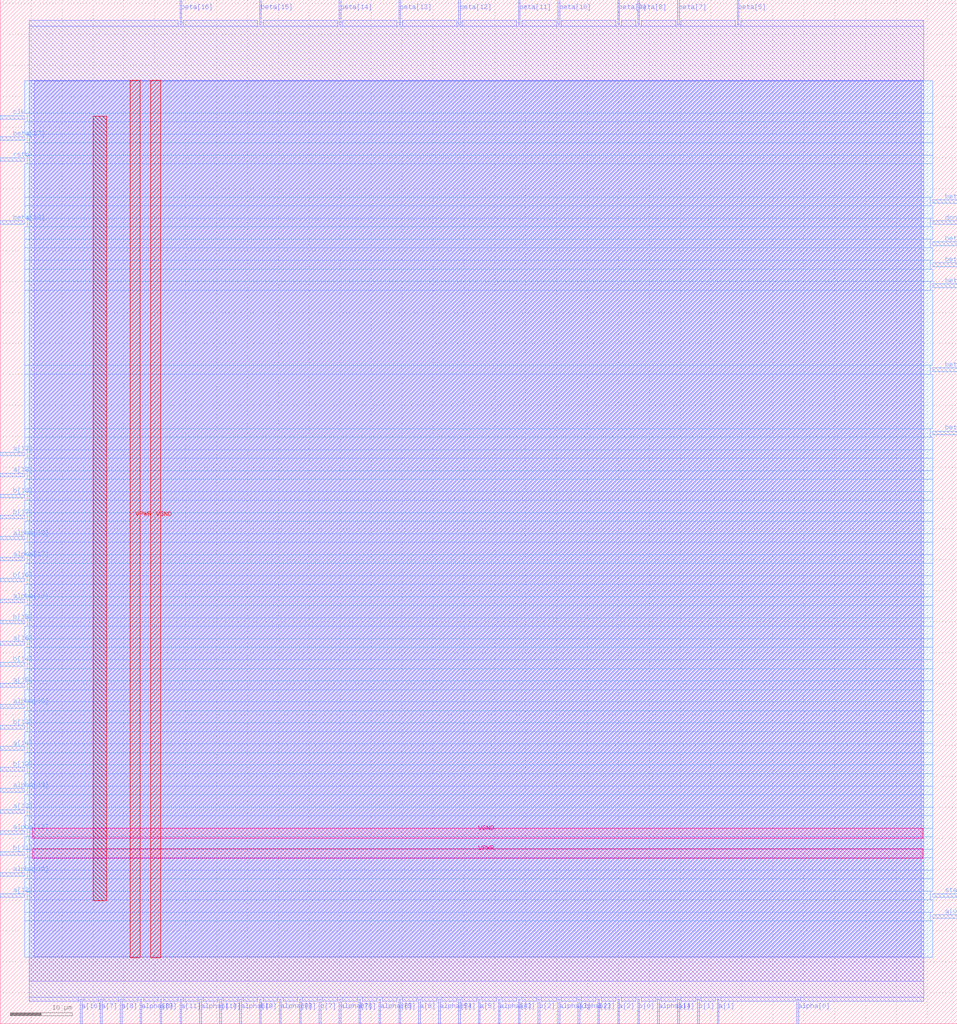
<source format=lef>
VERSION 5.7 ;
  NOWIREEXTENSIONATPIN ON ;
  DIVIDERCHAR "/" ;
  BUSBITCHARS "[]" ;
MACRO clarke
  CLASS BLOCK ;
  FOREIGN clarke ;
  ORIGIN 0.000 0.000 ;
  SIZE 154.825 BY 165.545 ;
  PIN VGND
    DIRECTION INOUT ;
    USE GROUND ;
    PORT
      LAYER met4 ;
        RECT 24.340 10.640 25.940 152.560 ;
    END
    PORT
      LAYER met5 ;
        RECT 5.280 30.030 149.280 31.630 ;
    END
  END VGND
  PIN VPWR
    DIRECTION INOUT ;
    USE POWER ;
    PORT
      LAYER met4 ;
        RECT 21.040 10.640 22.640 152.560 ;
    END
    PORT
      LAYER met5 ;
        RECT 5.280 26.730 149.280 28.330 ;
    END
  END VPWR
  PIN a[0]
    DIRECTION INPUT ;
    USE SIGNAL ;
    ANTENNAGATEAREA 0.213000 ;
    PORT
      LAYER met3 ;
        RECT 150.825 17.040 154.825 17.640 ;
    END
  END a[0]
  PIN a[10]
    DIRECTION INPUT ;
    USE SIGNAL ;
    ANTENNAGATEAREA 0.196500 ;
    PORT
      LAYER met2 ;
        RECT 12.970 0.000 13.250 4.000 ;
    END
  END a[10]
  PIN a[11]
    DIRECTION INPUT ;
    USE SIGNAL ;
    ANTENNAGATEAREA 0.213000 ;
    PORT
      LAYER met2 ;
        RECT 29.070 0.000 29.350 4.000 ;
    END
  END a[11]
  PIN a[12]
    DIRECTION INPUT ;
    USE SIGNAL ;
    ANTENNAGATEAREA 0.196500 ;
    PORT
      LAYER met3 ;
        RECT 0.000 20.440 4.000 21.040 ;
    END
  END a[12]
  PIN a[13]
    DIRECTION INPUT ;
    USE SIGNAL ;
    ANTENNAGATEAREA 0.196500 ;
    PORT
      LAYER met3 ;
        RECT 0.000 34.040 4.000 34.640 ;
    END
  END a[13]
  PIN a[14]
    DIRECTION INPUT ;
    USE SIGNAL ;
    ANTENNAGATEAREA 0.213000 ;
    PORT
      LAYER met3 ;
        RECT 0.000 44.240 4.000 44.840 ;
    END
  END a[14]
  PIN a[15]
    DIRECTION INPUT ;
    USE SIGNAL ;
    ANTENNAGATEAREA 0.196500 ;
    PORT
      LAYER met3 ;
        RECT 0.000 54.440 4.000 55.040 ;
    END
  END a[15]
  PIN a[16]
    DIRECTION INPUT ;
    USE SIGNAL ;
    ANTENNAGATEAREA 0.196500 ;
    PORT
      LAYER met3 ;
        RECT 0.000 61.240 4.000 61.840 ;
    END
  END a[16]
  PIN a[17]
    DIRECTION INPUT ;
    USE SIGNAL ;
    ANTENNAGATEAREA 0.196500 ;
    PORT
      LAYER met3 ;
        RECT 0.000 91.840 4.000 92.440 ;
    END
  END a[17]
  PIN a[18]
    DIRECTION INPUT ;
    USE SIGNAL ;
    ANTENNAGATEAREA 0.213000 ;
    PORT
      LAYER met3 ;
        RECT 0.000 88.440 4.000 89.040 ;
    END
  END a[18]
  PIN a[1]
    DIRECTION INPUT ;
    USE SIGNAL ;
    ANTENNAGATEAREA 0.196500 ;
    PORT
      LAYER met2 ;
        RECT 116.010 0.000 116.290 4.000 ;
    END
  END a[1]
  PIN a[2]
    DIRECTION INPUT ;
    USE SIGNAL ;
    ANTENNAGATEAREA 0.213000 ;
    PORT
      LAYER met2 ;
        RECT 99.910 0.000 100.190 4.000 ;
    END
  END a[2]
  PIN a[3]
    DIRECTION INPUT ;
    USE SIGNAL ;
    ANTENNAGATEAREA 0.196500 ;
    PORT
      LAYER met2 ;
        RECT 83.810 0.000 84.090 4.000 ;
    END
  END a[3]
  PIN a[4]
    DIRECTION INPUT ;
    USE SIGNAL ;
    ANTENNAGATEAREA 0.196500 ;
    PORT
      LAYER met2 ;
        RECT 109.570 0.000 109.850 4.000 ;
    END
  END a[4]
  PIN a[5]
    DIRECTION INPUT ;
    USE SIGNAL ;
    ANTENNAGATEAREA 0.196500 ;
    PORT
      LAYER met2 ;
        RECT 77.370 0.000 77.650 4.000 ;
    END
  END a[5]
  PIN a[6]
    DIRECTION INPUT ;
    USE SIGNAL ;
    ANTENNAGATEAREA 0.196500 ;
    PORT
      LAYER met2 ;
        RECT 67.710 0.000 67.990 4.000 ;
    END
  END a[6]
  PIN a[7]
    DIRECTION INPUT ;
    USE SIGNAL ;
    ANTENNAGATEAREA 0.495000 ;
    PORT
      LAYER met2 ;
        RECT 16.190 0.000 16.470 4.000 ;
    END
  END a[7]
  PIN a[8]
    DIRECTION INPUT ;
    USE SIGNAL ;
    ANTENNAGATEAREA 0.196500 ;
    PORT
      LAYER met2 ;
        RECT 19.410 0.000 19.690 4.000 ;
    END
  END a[8]
  PIN a[9]
    DIRECTION INPUT ;
    USE SIGNAL ;
    ANTENNAGATEAREA 0.196500 ;
    PORT
      LAYER met2 ;
        RECT 25.850 0.000 26.130 4.000 ;
    END
  END a[9]
  PIN alpha[0]
    DIRECTION OUTPUT ;
    USE SIGNAL ;
    ANTENNADIFFAREA 0.795200 ;
    PORT
      LAYER met2 ;
        RECT 128.890 0.000 129.170 4.000 ;
    END
  END alpha[0]
  PIN alpha[10]
    DIRECTION OUTPUT ;
    USE SIGNAL ;
    ANTENNADIFFAREA 0.795200 ;
    PORT
      LAYER met2 ;
        RECT 38.730 0.000 39.010 4.000 ;
    END
  END alpha[10]
  PIN alpha[11]
    DIRECTION OUTPUT ;
    USE SIGNAL ;
    ANTENNADIFFAREA 0.795200 ;
    PORT
      LAYER met2 ;
        RECT 32.290 0.000 32.570 4.000 ;
    END
  END alpha[11]
  PIN alpha[12]
    DIRECTION OUTPUT ;
    USE SIGNAL ;
    ANTENNADIFFAREA 0.795200 ;
    PORT
      LAYER met3 ;
        RECT 0.000 30.640 4.000 31.240 ;
    END
  END alpha[12]
  PIN alpha[13]
    DIRECTION OUTPUT ;
    USE SIGNAL ;
    ANTENNADIFFAREA 0.795200 ;
    PORT
      LAYER met3 ;
        RECT 0.000 37.440 4.000 38.040 ;
    END
  END alpha[13]
  PIN alpha[14]
    DIRECTION OUTPUT ;
    USE SIGNAL ;
    ANTENNADIFFAREA 0.795200 ;
    PORT
      LAYER met3 ;
        RECT 0.000 23.840 4.000 24.440 ;
    END
  END alpha[14]
  PIN alpha[15]
    DIRECTION OUTPUT ;
    USE SIGNAL ;
    ANTENNADIFFAREA 0.795200 ;
    PORT
      LAYER met3 ;
        RECT 0.000 51.040 4.000 51.640 ;
    END
  END alpha[15]
  PIN alpha[16]
    DIRECTION OUTPUT ;
    USE SIGNAL ;
    ANTENNADIFFAREA 0.795200 ;
    PORT
      LAYER met3 ;
        RECT 0.000 68.040 4.000 68.640 ;
    END
  END alpha[16]
  PIN alpha[17]
    DIRECTION OUTPUT ;
    USE SIGNAL ;
    ANTENNADIFFAREA 0.795200 ;
    PORT
      LAYER met3 ;
        RECT 0.000 74.840 4.000 75.440 ;
    END
  END alpha[17]
  PIN alpha[18]
    DIRECTION OUTPUT ;
    USE SIGNAL ;
    ANTENNADIFFAREA 0.795200 ;
    PORT
      LAYER met3 ;
        RECT 0.000 78.240 4.000 78.840 ;
    END
  END alpha[18]
  PIN alpha[1]
    DIRECTION OUTPUT ;
    USE SIGNAL ;
    ANTENNADIFFAREA 0.795200 ;
    PORT
      LAYER met2 ;
        RECT 106.350 0.000 106.630 4.000 ;
    END
  END alpha[1]
  PIN alpha[2]
    DIRECTION OUTPUT ;
    USE SIGNAL ;
    ANTENNADIFFAREA 0.795200 ;
    PORT
      LAYER met2 ;
        RECT 93.470 0.000 93.750 4.000 ;
    END
  END alpha[2]
  PIN alpha[3]
    DIRECTION OUTPUT ;
    USE SIGNAL ;
    ANTENNADIFFAREA 0.795200 ;
    PORT
      LAYER met2 ;
        RECT 90.250 0.000 90.530 4.000 ;
    END
  END alpha[3]
  PIN alpha[4]
    DIRECTION OUTPUT ;
    USE SIGNAL ;
    ANTENNADIFFAREA 0.795200 ;
    PORT
      LAYER met2 ;
        RECT 80.590 0.000 80.870 4.000 ;
    END
  END alpha[4]
  PIN alpha[5]
    DIRECTION OUTPUT ;
    USE SIGNAL ;
    ANTENNADIFFAREA 0.795200 ;
    PORT
      LAYER met2 ;
        RECT 70.930 0.000 71.210 4.000 ;
    END
  END alpha[5]
  PIN alpha[6]
    DIRECTION OUTPUT ;
    USE SIGNAL ;
    ANTENNADIFFAREA 0.795200 ;
    PORT
      LAYER met2 ;
        RECT 61.270 0.000 61.550 4.000 ;
    END
  END alpha[6]
  PIN alpha[7]
    DIRECTION OUTPUT ;
    USE SIGNAL ;
    ANTENNADIFFAREA 0.795200 ;
    PORT
      LAYER met2 ;
        RECT 54.830 0.000 55.110 4.000 ;
    END
  END alpha[7]
  PIN alpha[8]
    DIRECTION OUTPUT ;
    USE SIGNAL ;
    ANTENNADIFFAREA 0.795200 ;
    PORT
      LAYER met2 ;
        RECT 22.630 0.000 22.910 4.000 ;
    END
  END alpha[8]
  PIN alpha[9]
    DIRECTION OUTPUT ;
    USE SIGNAL ;
    ANTENNADIFFAREA 0.795200 ;
    PORT
      LAYER met2 ;
        RECT 45.170 0.000 45.450 4.000 ;
    END
  END alpha[9]
  PIN b[0]
    DIRECTION INPUT ;
    USE SIGNAL ;
    ANTENNAGATEAREA 0.196500 ;
    PORT
      LAYER met2 ;
        RECT 103.130 0.000 103.410 4.000 ;
    END
  END b[0]
  PIN b[10]
    DIRECTION INPUT ;
    USE SIGNAL ;
    ANTENNAGATEAREA 0.213000 ;
    PORT
      LAYER met2 ;
        RECT 35.510 0.000 35.790 4.000 ;
    END
  END b[10]
  PIN b[11]
    DIRECTION INPUT ;
    USE SIGNAL ;
    ANTENNAGATEAREA 0.196500 ;
    PORT
      LAYER met3 ;
        RECT 0.000 27.240 4.000 27.840 ;
    END
  END b[11]
  PIN b[12]
    DIRECTION INPUT ;
    USE SIGNAL ;
    ANTENNAGATEAREA 0.196500 ;
    PORT
      LAYER met3 ;
        RECT 0.000 40.840 4.000 41.440 ;
    END
  END b[12]
  PIN b[13]
    DIRECTION INPUT ;
    USE SIGNAL ;
    ANTENNAGATEAREA 0.196500 ;
    PORT
      LAYER met3 ;
        RECT 0.000 47.640 4.000 48.240 ;
    END
  END b[13]
  PIN b[14]
    DIRECTION INPUT ;
    USE SIGNAL ;
    ANTENNAGATEAREA 0.196500 ;
    PORT
      LAYER met3 ;
        RECT 0.000 57.840 4.000 58.440 ;
    END
  END b[14]
  PIN b[15]
    DIRECTION INPUT ;
    USE SIGNAL ;
    ANTENNAGATEAREA 0.196500 ;
    PORT
      LAYER met3 ;
        RECT 0.000 64.640 4.000 65.240 ;
    END
  END b[15]
  PIN b[16]
    DIRECTION INPUT ;
    USE SIGNAL ;
    ANTENNAGATEAREA 0.196500 ;
    PORT
      LAYER met3 ;
        RECT 0.000 71.440 4.000 72.040 ;
    END
  END b[16]
  PIN b[17]
    DIRECTION INPUT ;
    USE SIGNAL ;
    ANTENNAGATEAREA 0.196500 ;
    PORT
      LAYER met3 ;
        RECT 0.000 81.640 4.000 82.240 ;
    END
  END b[17]
  PIN b[18]
    DIRECTION INPUT ;
    USE SIGNAL ;
    ANTENNAGATEAREA 0.196500 ;
    PORT
      LAYER met3 ;
        RECT 0.000 85.040 4.000 85.640 ;
    END
  END b[18]
  PIN b[1]
    DIRECTION INPUT ;
    USE SIGNAL ;
    ANTENNAGATEAREA 0.196500 ;
    PORT
      LAYER met2 ;
        RECT 112.790 0.000 113.070 4.000 ;
    END
  END b[1]
  PIN b[2]
    DIRECTION INPUT ;
    USE SIGNAL ;
    ANTENNAGATEAREA 0.196500 ;
    PORT
      LAYER met2 ;
        RECT 87.030 0.000 87.310 4.000 ;
    END
  END b[2]
  PIN b[3]
    DIRECTION INPUT ;
    USE SIGNAL ;
    ANTENNAGATEAREA 0.196500 ;
    PORT
      LAYER met2 ;
        RECT 96.690 0.000 96.970 4.000 ;
    END
  END b[3]
  PIN b[4]
    DIRECTION INPUT ;
    USE SIGNAL ;
    ANTENNAGATEAREA 0.196500 ;
    PORT
      LAYER met2 ;
        RECT 74.150 0.000 74.430 4.000 ;
    END
  END b[4]
  PIN b[5]
    DIRECTION INPUT ;
    USE SIGNAL ;
    ANTENNAGATEAREA 0.196500 ;
    PORT
      LAYER met2 ;
        RECT 64.490 0.000 64.770 4.000 ;
    END
  END b[5]
  PIN b[6]
    DIRECTION INPUT ;
    USE SIGNAL ;
    ANTENNAGATEAREA 0.196500 ;
    PORT
      LAYER met2 ;
        RECT 58.050 0.000 58.330 4.000 ;
    END
  END b[6]
  PIN b[7]
    DIRECTION INPUT ;
    USE SIGNAL ;
    ANTENNAGATEAREA 0.196500 ;
    PORT
      LAYER met2 ;
        RECT 51.610 0.000 51.890 4.000 ;
    END
  END b[7]
  PIN b[8]
    DIRECTION INPUT ;
    USE SIGNAL ;
    ANTENNAGATEAREA 0.196500 ;
    PORT
      LAYER met2 ;
        RECT 48.390 0.000 48.670 4.000 ;
    END
  END b[8]
  PIN b[9]
    DIRECTION INPUT ;
    USE SIGNAL ;
    ANTENNAGATEAREA 0.196500 ;
    PORT
      LAYER met2 ;
        RECT 41.950 0.000 42.230 4.000 ;
    END
  END b[9]
  PIN beta[0]
    DIRECTION OUTPUT ;
    USE SIGNAL ;
    ANTENNADIFFAREA 0.795200 ;
    PORT
      LAYER met3 ;
        RECT 150.825 95.240 154.825 95.840 ;
    END
  END beta[0]
  PIN beta[10]
    DIRECTION OUTPUT ;
    USE SIGNAL ;
    ANTENNADIFFAREA 0.795200 ;
    PORT
      LAYER met2 ;
        RECT 90.250 161.545 90.530 165.545 ;
    END
  END beta[10]
  PIN beta[11]
    DIRECTION OUTPUT ;
    USE SIGNAL ;
    ANTENNADIFFAREA 0.795200 ;
    PORT
      LAYER met2 ;
        RECT 83.810 161.545 84.090 165.545 ;
    END
  END beta[11]
  PIN beta[12]
    DIRECTION OUTPUT ;
    USE SIGNAL ;
    ANTENNADIFFAREA 0.795200 ;
    PORT
      LAYER met2 ;
        RECT 74.150 161.545 74.430 165.545 ;
    END
  END beta[12]
  PIN beta[13]
    DIRECTION OUTPUT ;
    USE SIGNAL ;
    ANTENNADIFFAREA 0.795200 ;
    PORT
      LAYER met2 ;
        RECT 64.490 161.545 64.770 165.545 ;
    END
  END beta[13]
  PIN beta[14]
    DIRECTION OUTPUT ;
    USE SIGNAL ;
    ANTENNADIFFAREA 0.795200 ;
    PORT
      LAYER met2 ;
        RECT 54.830 161.545 55.110 165.545 ;
    END
  END beta[14]
  PIN beta[15]
    DIRECTION OUTPUT ;
    USE SIGNAL ;
    ANTENNADIFFAREA 0.795200 ;
    PORT
      LAYER met2 ;
        RECT 41.950 161.545 42.230 165.545 ;
    END
  END beta[15]
  PIN beta[16]
    DIRECTION OUTPUT ;
    USE SIGNAL ;
    ANTENNADIFFAREA 0.795200 ;
    PORT
      LAYER met2 ;
        RECT 29.070 161.545 29.350 165.545 ;
    END
  END beta[16]
  PIN beta[17]
    DIRECTION OUTPUT ;
    USE SIGNAL ;
    ANTENNADIFFAREA 0.795200 ;
    PORT
      LAYER met3 ;
        RECT 0.000 142.840 4.000 143.440 ;
    END
  END beta[17]
  PIN beta[18]
    DIRECTION OUTPUT ;
    USE SIGNAL ;
    ANTENNADIFFAREA 0.795200 ;
    PORT
      LAYER met3 ;
        RECT 0.000 129.240 4.000 129.840 ;
    END
  END beta[18]
  PIN beta[1]
    DIRECTION OUTPUT ;
    USE SIGNAL ;
    ANTENNADIFFAREA 0.445500 ;
    PORT
      LAYER met3 ;
        RECT 150.825 119.040 154.825 119.640 ;
    END
  END beta[1]
  PIN beta[2]
    DIRECTION OUTPUT ;
    USE SIGNAL ;
    ANTENNADIFFAREA 0.445500 ;
    PORT
      LAYER met3 ;
        RECT 150.825 105.440 154.825 106.040 ;
    END
  END beta[2]
  PIN beta[3]
    DIRECTION OUTPUT ;
    USE SIGNAL ;
    ANTENNADIFFAREA 0.795200 ;
    PORT
      LAYER met3 ;
        RECT 150.825 125.840 154.825 126.440 ;
    END
  END beta[3]
  PIN beta[4]
    DIRECTION OUTPUT ;
    USE SIGNAL ;
    ANTENNADIFFAREA 0.795200 ;
    PORT
      LAYER met3 ;
        RECT 150.825 122.440 154.825 123.040 ;
    END
  END beta[4]
  PIN beta[5]
    DIRECTION OUTPUT ;
    USE SIGNAL ;
    ANTENNADIFFAREA 0.795200 ;
    PORT
      LAYER met2 ;
        RECT 119.230 161.545 119.510 165.545 ;
    END
  END beta[5]
  PIN beta[6]
    DIRECTION OUTPUT ;
    USE SIGNAL ;
    ANTENNADIFFAREA 0.445500 ;
    PORT
      LAYER met3 ;
        RECT 150.825 132.640 154.825 133.240 ;
    END
  END beta[6]
  PIN beta[7]
    DIRECTION OUTPUT ;
    USE SIGNAL ;
    ANTENNADIFFAREA 0.795200 ;
    PORT
      LAYER met2 ;
        RECT 109.570 161.545 109.850 165.545 ;
    END
  END beta[7]
  PIN beta[8]
    DIRECTION OUTPUT ;
    USE SIGNAL ;
    ANTENNADIFFAREA 0.795200 ;
    PORT
      LAYER met2 ;
        RECT 103.130 161.545 103.410 165.545 ;
    END
  END beta[8]
  PIN beta[9]
    DIRECTION OUTPUT ;
    USE SIGNAL ;
    ANTENNADIFFAREA 0.795200 ;
    PORT
      LAYER met2 ;
        RECT 99.910 161.545 100.190 165.545 ;
    END
  END beta[9]
  PIN clk
    DIRECTION INPUT ;
    USE SIGNAL ;
    ANTENNAGATEAREA 0.852000 ;
    PORT
      LAYER met3 ;
        RECT 0.000 146.240 4.000 146.840 ;
    END
  END clk
  PIN done
    DIRECTION OUTPUT ;
    USE SIGNAL ;
    ANTENNADIFFAREA 0.795200 ;
    PORT
      LAYER met3 ;
        RECT 150.825 129.240 154.825 129.840 ;
    END
  END done
  PIN rstb
    DIRECTION INPUT ;
    USE SIGNAL ;
    ANTENNAGATEAREA 0.213000 ;
    PORT
      LAYER met3 ;
        RECT 0.000 139.440 4.000 140.040 ;
    END
  END rstb
  PIN start
    DIRECTION INPUT ;
    USE SIGNAL ;
    ANTENNAGATEAREA 0.159000 ;
    PORT
      LAYER met3 ;
        RECT 150.825 20.440 154.825 21.040 ;
    END
  END start
  OBS
      LAYER li1 ;
        RECT 5.520 10.795 149.040 152.405 ;
      LAYER met1 ;
        RECT 4.670 6.840 149.430 152.560 ;
      LAYER met2 ;
        RECT 4.690 161.265 28.790 162.250 ;
        RECT 29.630 161.265 41.670 162.250 ;
        RECT 42.510 161.265 54.550 162.250 ;
        RECT 55.390 161.265 64.210 162.250 ;
        RECT 65.050 161.265 73.870 162.250 ;
        RECT 74.710 161.265 83.530 162.250 ;
        RECT 84.370 161.265 89.970 162.250 ;
        RECT 90.810 161.265 99.630 162.250 ;
        RECT 100.470 161.265 102.850 162.250 ;
        RECT 103.690 161.265 109.290 162.250 ;
        RECT 110.130 161.265 118.950 162.250 ;
        RECT 119.790 161.265 149.410 162.250 ;
        RECT 4.690 4.280 149.410 161.265 ;
        RECT 4.690 3.670 12.690 4.280 ;
        RECT 13.530 3.670 15.910 4.280 ;
        RECT 16.750 3.670 19.130 4.280 ;
        RECT 19.970 3.670 22.350 4.280 ;
        RECT 23.190 3.670 25.570 4.280 ;
        RECT 26.410 3.670 28.790 4.280 ;
        RECT 29.630 3.670 32.010 4.280 ;
        RECT 32.850 3.670 35.230 4.280 ;
        RECT 36.070 3.670 38.450 4.280 ;
        RECT 39.290 3.670 41.670 4.280 ;
        RECT 42.510 3.670 44.890 4.280 ;
        RECT 45.730 3.670 48.110 4.280 ;
        RECT 48.950 3.670 51.330 4.280 ;
        RECT 52.170 3.670 54.550 4.280 ;
        RECT 55.390 3.670 57.770 4.280 ;
        RECT 58.610 3.670 60.990 4.280 ;
        RECT 61.830 3.670 64.210 4.280 ;
        RECT 65.050 3.670 67.430 4.280 ;
        RECT 68.270 3.670 70.650 4.280 ;
        RECT 71.490 3.670 73.870 4.280 ;
        RECT 74.710 3.670 77.090 4.280 ;
        RECT 77.930 3.670 80.310 4.280 ;
        RECT 81.150 3.670 83.530 4.280 ;
        RECT 84.370 3.670 86.750 4.280 ;
        RECT 87.590 3.670 89.970 4.280 ;
        RECT 90.810 3.670 93.190 4.280 ;
        RECT 94.030 3.670 96.410 4.280 ;
        RECT 97.250 3.670 99.630 4.280 ;
        RECT 100.470 3.670 102.850 4.280 ;
        RECT 103.690 3.670 106.070 4.280 ;
        RECT 106.910 3.670 109.290 4.280 ;
        RECT 110.130 3.670 112.510 4.280 ;
        RECT 113.350 3.670 115.730 4.280 ;
        RECT 116.570 3.670 128.610 4.280 ;
        RECT 129.450 3.670 149.410 4.280 ;
      LAYER met3 ;
        RECT 3.990 147.240 150.825 152.485 ;
        RECT 4.400 145.840 150.825 147.240 ;
        RECT 3.990 143.840 150.825 145.840 ;
        RECT 4.400 142.440 150.825 143.840 ;
        RECT 3.990 140.440 150.825 142.440 ;
        RECT 4.400 139.040 150.825 140.440 ;
        RECT 3.990 133.640 150.825 139.040 ;
        RECT 3.990 132.240 150.425 133.640 ;
        RECT 3.990 130.240 150.825 132.240 ;
        RECT 4.400 128.840 150.425 130.240 ;
        RECT 3.990 126.840 150.825 128.840 ;
        RECT 3.990 125.440 150.425 126.840 ;
        RECT 3.990 123.440 150.825 125.440 ;
        RECT 3.990 122.040 150.425 123.440 ;
        RECT 3.990 120.040 150.825 122.040 ;
        RECT 3.990 118.640 150.425 120.040 ;
        RECT 3.990 106.440 150.825 118.640 ;
        RECT 3.990 105.040 150.425 106.440 ;
        RECT 3.990 96.240 150.825 105.040 ;
        RECT 3.990 94.840 150.425 96.240 ;
        RECT 3.990 92.840 150.825 94.840 ;
        RECT 4.400 91.440 150.825 92.840 ;
        RECT 3.990 89.440 150.825 91.440 ;
        RECT 4.400 88.040 150.825 89.440 ;
        RECT 3.990 86.040 150.825 88.040 ;
        RECT 4.400 84.640 150.825 86.040 ;
        RECT 3.990 82.640 150.825 84.640 ;
        RECT 4.400 81.240 150.825 82.640 ;
        RECT 3.990 79.240 150.825 81.240 ;
        RECT 4.400 77.840 150.825 79.240 ;
        RECT 3.990 75.840 150.825 77.840 ;
        RECT 4.400 74.440 150.825 75.840 ;
        RECT 3.990 72.440 150.825 74.440 ;
        RECT 4.400 71.040 150.825 72.440 ;
        RECT 3.990 69.040 150.825 71.040 ;
        RECT 4.400 67.640 150.825 69.040 ;
        RECT 3.990 65.640 150.825 67.640 ;
        RECT 4.400 64.240 150.825 65.640 ;
        RECT 3.990 62.240 150.825 64.240 ;
        RECT 4.400 60.840 150.825 62.240 ;
        RECT 3.990 58.840 150.825 60.840 ;
        RECT 4.400 57.440 150.825 58.840 ;
        RECT 3.990 55.440 150.825 57.440 ;
        RECT 4.400 54.040 150.825 55.440 ;
        RECT 3.990 52.040 150.825 54.040 ;
        RECT 4.400 50.640 150.825 52.040 ;
        RECT 3.990 48.640 150.825 50.640 ;
        RECT 4.400 47.240 150.825 48.640 ;
        RECT 3.990 45.240 150.825 47.240 ;
        RECT 4.400 43.840 150.825 45.240 ;
        RECT 3.990 41.840 150.825 43.840 ;
        RECT 4.400 40.440 150.825 41.840 ;
        RECT 3.990 38.440 150.825 40.440 ;
        RECT 4.400 37.040 150.825 38.440 ;
        RECT 3.990 35.040 150.825 37.040 ;
        RECT 4.400 33.640 150.825 35.040 ;
        RECT 3.990 31.640 150.825 33.640 ;
        RECT 4.400 30.240 150.825 31.640 ;
        RECT 3.990 28.240 150.825 30.240 ;
        RECT 4.400 26.840 150.825 28.240 ;
        RECT 3.990 24.840 150.825 26.840 ;
        RECT 4.400 23.440 150.825 24.840 ;
        RECT 3.990 21.440 150.825 23.440 ;
        RECT 4.400 20.040 150.425 21.440 ;
        RECT 3.990 18.040 150.825 20.040 ;
        RECT 3.990 16.640 150.425 18.040 ;
        RECT 3.990 10.715 150.825 16.640 ;
      LAYER met4 ;
        RECT 15.015 19.895 17.185 146.705 ;
  END
END clarke
END LIBRARY


</source>
